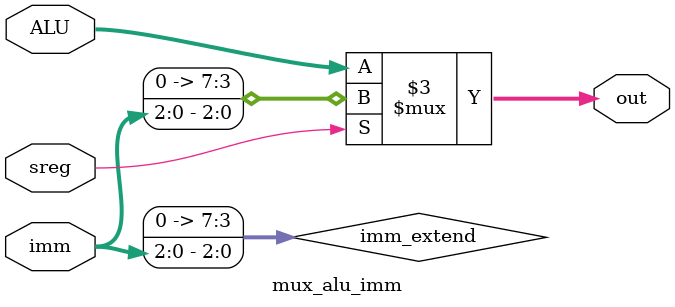
<source format=sv>
`timescale 1ns / 1ps

//module ALU(input [7:0]A,B,input s,output reg [7:0] out,output reg cout,zero);

module mux_alu_imm (
    input reg [7:0] ALU,          // ALU output
    input reg [2:0] imm,          // 3-bit immediate value
    input sreg,               // Selector for output
    output reg [7:0] out      // Selected output
);

    // Internal signal for zero-extended immediate value
    reg [7:0] imm_extend;

    // Perform zero-extension
    assign imm_extend = {5'b00000, imm};

    always @(*) begin
        if (sreg)
            out = imm_extend; // Select zero-extended immediate value
        else
            out = ALU;          // Select ALU output
    end
endmodule


</source>
